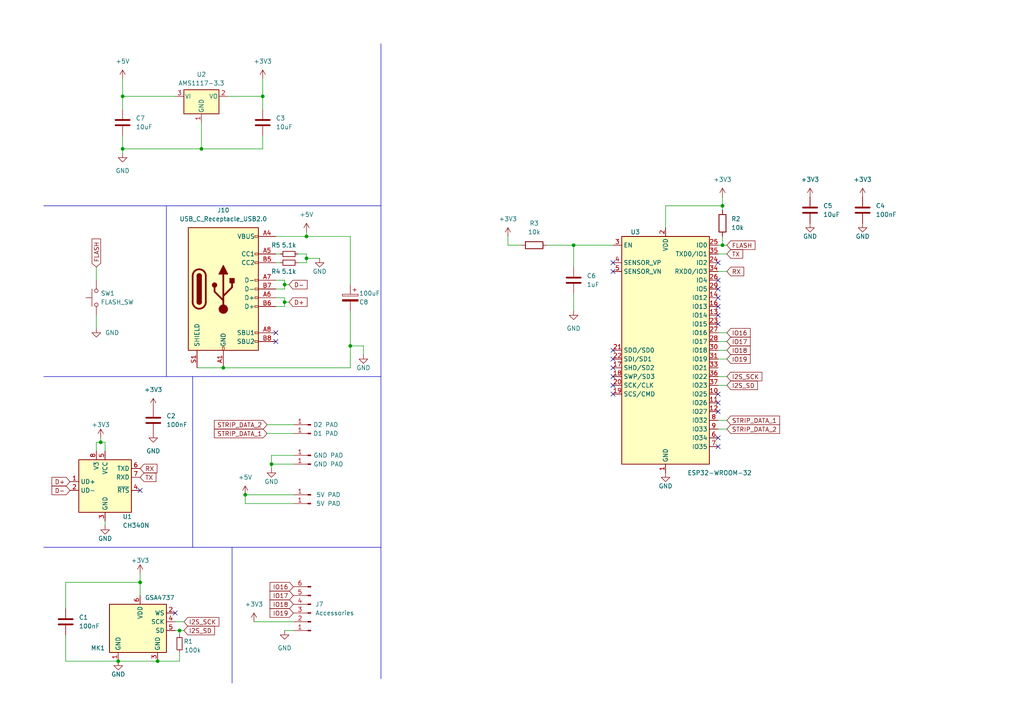
<source format=kicad_sch>
(kicad_sch (version 20230121) (generator eeschema)
  (paper "A4")
  (title_block (title "USBWLEDC") (date "2024-04-11") (rev "1.1") (company "NANDXOR"))
  (lib_symbols
    (symbol "+5V_1" (power) (pin_names (offset 0))
      (property "Value" "+5V_1" (at 0 3.556 0))
      (symbol "+5V_1_0_1"
        (polyline (pts (xy -0.762 1.27) (xy 0 2.54)))
        (polyline (pts (xy 0 0) (xy 0 2.54)))
        (polyline (pts (xy 0 2.54) (xy 0.762 1.27)))
      )
      (symbol "+5V_1_1_1"
        (pin power_in line (at 0 0 90) (length 0) hide (name "+5V") (number "1"))
      )
    )
    (symbol "+5V_2" (power) (pin_names (offset 0))
      (property "Value" "+5V_2" (at 0 3.556 0))
      (symbol "+5V_2_0_1"
        (polyline (pts (xy -0.762 1.27) (xy 0 2.54)))
        (polyline (pts (xy 0 0) (xy 0 2.54)))
        (polyline (pts (xy 0 2.54) (xy 0.762 1.27)))
      )
      (symbol "+5V_2_1_1"
        (pin power_in line (at 0 0 90) (length 0) hide (name "+5V") (number "1"))
      )
    )
    (symbol "Connector:Conn_01x01_Pin" (pin_names (offset 1.016) hide)
      (property "Reference" "J" (at 0 2.54 0))
      (property "Value" "Conn_01x01_Pin" (at 0 -2.54 0))
      (symbol "Conn_01x01_Pin_1_1"
        (polyline (pts (xy 1.27 0) (xy 0.8636 0)) (stroke (width 0.1524)))
        (rectangle (start 0.8636 0.127) (end 0 -0.127) (stroke (width 0.1524)) (fill (type outline)))
        (pin passive line (at 5.08 0 180) (length 3.81) (name "Pin_1") (number "1"))
      )
    )
    (symbol "Connector:Conn_01x06_Pin" (pin_names (offset 1.016) hide)
      (property "Reference" "J" (at 0 7.62 0))
      (property "Value" "Conn_01x06_Pin" (at 0 -10.16 0))
      (symbol "Conn_01x06_Pin_1_1"
        (polyline (pts (xy 1.27 -7.62) (xy 0.8636 -7.62)) (stroke (width 0.1524)))
        (polyline (pts (xy 1.27 -5.08) (xy 0.8636 -5.08)) (stroke (width 0.1524)))
        (polyline (pts (xy 1.27 -2.54) (xy 0.8636 -2.54)) (stroke (width 0.1524)))
        (polyline (pts (xy 1.27 0) (xy 0.8636 0)) (stroke (width 0.1524)))
        (polyline (pts (xy 1.27 2.54) (xy 0.8636 2.54)) (stroke (width 0.1524)))
        (polyline (pts (xy 1.27 5.08) (xy 0.8636 5.08)) (stroke (width 0.1524)))
        (rectangle (start 0.8636 -7.493) (end 0 -7.747) (stroke (width 0.1524)) (fill (type outline)))
        (rectangle (start 0.8636 -4.953) (end 0 -5.207) (stroke (width 0.1524)) (fill (type outline)))
        (rectangle (start 0.8636 -2.413) (end 0 -2.667) (stroke (width 0.1524)) (fill (type outline)))
        (rectangle (start 0.8636 0.127) (end 0 -0.127) (stroke (width 0.1524)) (fill (type outline)))
        (rectangle (start 0.8636 2.667) (end 0 2.413) (stroke (width 0.1524)) (fill (type outline)))
        (rectangle (start 0.8636 5.207) (end 0 4.953) (stroke (width 0.1524)) (fill (type outline)))
        (pin passive line (at 5.08 5.08 180) (length 3.81) (name "Pin_1") (number "1"))
        (pin passive line (at 5.08 2.54 180) (length 3.81) (name "Pin_2") (number "2"))
        (pin passive line (at 5.08 0 180) (length 3.81) (name "Pin_3") (number "3"))
        (pin passive line (at 5.08 -2.54 180) (length 3.81) (name "Pin_4") (number "4"))
        (pin passive line (at 5.08 -5.08 180) (length 3.81) (name "Pin_5") (number "5"))
        (pin passive line (at 5.08 -7.62 180) (length 3.81) (name "Pin_6") (number "6"))
      )
    )
    (symbol "Connector:USB_C_Receptacle_USB2.0" (pin_names (offset 1.016))
      (property "Reference" "J" (at -10.16 19.05 0))
      (property "Value" "USB_C_Receptacle_USB2.0" (at 19.05 19.05 0))
      (symbol "USB_C_Receptacle_USB2.0_0_0"
        (rectangle (start -0.254 -17.78) (end 0.254 -16.764))
        (rectangle (start 10.16 -14.986) (end 9.144 -15.494))
        (rectangle (start 10.16 -12.446) (end 9.144 -12.954))
        (rectangle (start 10.16 -4.826) (end 9.144 -5.334))
        (rectangle (start 10.16 -2.286) (end 9.144 -2.794))
        (rectangle (start 10.16 0.254) (end 9.144 -0.254))
        (rectangle (start 10.16 2.794) (end 9.144 2.286))
        (rectangle (start 10.16 7.874) (end 9.144 7.366))
        (rectangle (start 10.16 10.414) (end 9.144 9.906))
        (rectangle (start 10.16 15.494) (end 9.144 14.986))
      )
      (symbol "USB_C_Receptacle_USB2.0_0_1"
        (rectangle (start -10.16 17.78) (end 10.16 -17.78) (stroke (width 0.254)) (fill (type background)))
        (arc (start -8.89 -3.81) (mid -6.985 -5.7067) (end -5.08 -3.81) (stroke (width 0.508)))
        (arc (start -7.62 -3.81) (mid -6.985 -4.4423) (end -6.35 -3.81) (stroke (width 0.254)))
        (arc (start -7.62 -3.81) (mid -6.985 -4.4423) (end -6.35 -3.81) (stroke (width 0.254)) (fill (type outline)))
        (rectangle (start -7.62 -3.81) (end -6.35 3.81) (stroke (width 0.254)) (fill (type outline)))
        (arc (start -6.35 3.81) (mid -6.985 4.4423) (end -7.62 3.81) (stroke (width 0.254)))
        (arc (start -6.35 3.81) (mid -6.985 4.4423) (end -7.62 3.81) (stroke (width 0.254)) (fill (type outline)))
        (arc (start -5.08 3.81) (mid -6.985 5.7067) (end -8.89 3.81) (stroke (width 0.508)))
        (circle (center -2.54 1.143) (radius 0.635) (stroke (width 0.254)) (fill (type outline)))
        (circle (center 0 -5.842) (radius 1.27) (fill (type outline)))
        (polyline (pts (xy -8.89 -3.81) (xy -8.89 3.81)) (stroke (width 0.508)))
        (polyline (pts (xy -5.08 3.81) (xy -5.08 -3.81)) (stroke (width 0.508)))
        (polyline (pts (xy 0 -5.842) (xy 0 4.318)) (stroke (width 0.508)))
        (polyline (pts (xy 0 -3.302) (xy -2.54 -0.762) (xy -2.54 0.508)) (stroke (width 0.508)))
        (polyline (pts (xy 0 -2.032) (xy 2.54 0.508) (xy 2.54 1.778)) (stroke (width 0.508)))
        (polyline (pts (xy -1.27 4.318) (xy 0 6.858) (xy 1.27 4.318) (xy -1.27 4.318)) (stroke (width 0.254)) (fill (type outline)))
        (rectangle (start 1.905 1.778) (end 3.175 3.048) (stroke (width 0.254)) (fill (type outline)))
      )
      (symbol "USB_C_Receptacle_USB2.0_1_1"
        (pin passive line (at 0 -22.86 90) (length 5.08) (name "GND") (number "A1"))
        (pin passive line (at 0 -22.86 90) (length 5.08) hide (name "GND") (number "A12"))
        (pin passive line (at 15.24 15.24 180) (length 5.08) (name "VBUS") (number "A4"))
        (pin bidirectional line (at 15.24 10.16 180) (length 5.08) (name "CC1") (number "A5"))
        (pin bidirectional line (at 15.24 -2.54 180) (length 5.08) (name "D+") (number "A6"))
        (pin bidirectional line (at 15.24 2.54 180) (length 5.08) (name "D-") (number "A7"))
        (pin bidirectional line (at 15.24 -12.7 180) (length 5.08) (name "SBU1") (number "A8"))
        (pin passive line (at 15.24 15.24 180) (length 5.08) hide (name "VBUS") (number "A9"))
        (pin passive line (at 0 -22.86 90) (length 5.08) hide (name "GND") (number "B1"))
        (pin passive line (at 0 -22.86 90) (length 5.08) hide (name "GND") (number "B12"))
        (pin passive line (at 15.24 15.24 180) (length 5.08) hide (name "VBUS") (number "B4"))
        (pin bidirectional line (at 15.24 7.62 180) (length 5.08) (name "CC2") (number "B5"))
        (pin bidirectional line (at 15.24 -5.08 180) (length 5.08) (name "D+") (number "B6"))
        (pin bidirectional line (at 15.24 0 180) (length 5.08) (name "D-") (number "B7"))
        (pin bidirectional line (at 15.24 -15.24 180) (length 5.08) (name "SBU2") (number "B8"))
        (pin passive line (at 15.24 15.24 180) (length 5.08) hide (name "VBUS") (number "B9"))
        (pin passive line (at -7.62 -22.86 90) (length 5.08) (name "SHIELD") (number "S1"))
      )
    )
    (symbol "Device:C" (pin_numbers hide) (pin_names (offset 0.254))
      (property "Reference" "C" (at 0.635 2.54 0))
      (property "Value" "C" (at 0.635 -2.54 0))
      (symbol "C_0_1"
        (polyline (pts (xy -2.032 -0.762) (xy 2.032 -0.762)) (stroke (width 0.508)))
        (polyline (pts (xy -2.032 0.762) (xy 2.032 0.762)) (stroke (width 0.508)))
      )
      (symbol "C_1_1"
        (pin passive line (at 0 3.81 270) (length 2.794) (name "~") (number "1"))
        (pin passive line (at 0 -3.81 90) (length 2.794) (name "~") (number "2"))
      )
    )
    (symbol "Device:C_Polarized" (pin_numbers hide) (pin_names (offset 0.254))
      (property "Reference" "C" (at 0.635 2.54 0))
      (property "Value" "C_Polarized" (at 0.635 -2.54 0))
      (symbol "C_Polarized_0_1"
        (rectangle (start -2.286 0.508) (end 2.286 1.016))
        (polyline (pts (xy -1.778 2.286) (xy -0.762 2.286)))
        (polyline (pts (xy -1.27 2.794) (xy -1.27 1.778)))
        (rectangle (start 2.286 -0.508) (end -2.286 -1.016) (fill (type outline)))
      )
      (symbol "C_Polarized_1_1"
        (pin passive line (at 0 3.81 270) (length 2.794) (name "~") (number "1"))
        (pin passive line (at 0 -3.81 90) (length 2.794) (name "~") (number "2"))
      )
    )
    (symbol "Device:R" (pin_numbers hide) (pin_names (offset 0))
      (property "Reference" "R" (at 2.032 0 90))
      (property "Value" "R" (at 0 0 90))
      (symbol "R_0_1"
        (rectangle (start -1.016 -2.54) (end 1.016 2.54) (stroke (width 0.254)))
      )
      (symbol "R_1_1"
        (pin passive line (at 0 3.81 270) (length 1.27) (name "~") (number "1"))
        (pin passive line (at 0 -3.81 90) (length 1.27) (name "~") (number "2"))
      )
    )
    (symbol "Device:R_Small" (pin_numbers hide) (pin_names (offset 0.254) hide)
      (property "Reference" "R" (at 0.762 0.508 0))
      (property "Value" "R_Small" (at 0.762 -1.016 0))
      (symbol "R_Small_0_1"
        (rectangle (start -0.762 1.778) (end 0.762 -1.778) (stroke (width 0.2032)))
      )
      (symbol "R_Small_1_1"
        (pin passive line (at 0 2.54 270) (length 0.762) (name "~") (number "1"))
        (pin passive line (at 0 -2.54 90) (length 0.762) (name "~") (number "2"))
      )
    )
    (symbol "GND_1" (power) (pin_names (offset 0))
      (property "Value" "GND_1" (at 0 -3.81 0))
      (symbol "GND_1_0_1"
        (polyline (pts (xy 0 0) (xy 0 -1.27) (xy 1.27 -1.27) (xy 0 -2.54) (xy -1.27 -1.27) (xy 0 -1.27)))
      )
      (symbol "GND_1_1_1"
        (pin power_in line (at 0 0 270) (length 0) hide (name "GND") (number "1"))
      )
    )
    (symbol "GND_2" (power) (pin_names (offset 0))
      (property "Value" "GND_2" (at 0 -3.81 0))
      (symbol "GND_2_0_1"
        (polyline (pts (xy 0 0) (xy 0 -1.27) (xy 1.27 -1.27) (xy 0 -2.54) (xy -1.27 -1.27) (xy 0 -1.27)))
      )
      (symbol "GND_2_1_1"
        (pin power_in line (at 0 0 270) (length 0) hide (name "GND") (number "1"))
      )
    )
    (symbol "GND_3" (power) (pin_names (offset 0))
      (property "Value" "GND_3" (at 0 -3.81 0))
      (symbol "GND_3_0_1"
        (polyline (pts (xy 0 0) (xy 0 -1.27) (xy 1.27 -1.27) (xy 0 -2.54) (xy -1.27 -1.27) (xy 0 -1.27)))
      )
      (symbol "GND_3_1_1"
        (pin power_in line (at 0 0 270) (length 0) hide (name "GND") (number "1"))
      )
    )
    (symbol "GND_4" (power) (pin_names (offset 0))
      (property "Value" "GND_4" (at 0 -3.81 0))
      (symbol "GND_4_0_1"
        (polyline (pts (xy 0 0) (xy 0 -1.27) (xy 1.27 -1.27) (xy 0 -2.54) (xy -1.27 -1.27) (xy 0 -1.27)))
      )
      (symbol "GND_4_1_1"
        (pin power_in line (at 0 0 270) (length 0) hide (name "GND") (number "1"))
      )
    )
    (symbol "GND_5" (power) (pin_names (offset 0))
      (property "Value" "GND_5" (at 0 -3.81 0))
      (symbol "GND_5_0_1"
        (polyline (pts (xy 0 0) (xy 0 -1.27) (xy 1.27 -1.27) (xy 0 -2.54) (xy -1.27 -1.27) (xy 0 -1.27)))
      )
      (symbol "GND_5_1_1"
        (pin power_in line (at 0 0 270) (length 0) hide (name "GND") (number "1"))
      )
    )
    (symbol "Interface_USB:CH340X"
      (property "Reference" "U3" (at 1.9559 -15.24 0))
      (property "Value" "CH340N" (at 1.9559 -17.78 0))
      (symbol "CH340X_0_1"
        (rectangle (start -7.62 12.7) (end 7.62 -2.54) (stroke (width 0.254)) (fill (type background)))
      )
      (symbol "CH340X_1_1"
        (pin bidirectional line (at -10.16 6.35 0) (length 2.54) (name "UD+") (number "1"))
        (pin bidirectional line (at -10.16 3.81 0) (length 2.54) (name "UD-") (number "2"))
        (pin power_in line (at 0 -5.08 90) (length 2.54) (name "GND") (number "3"))
        (pin output line (at 10.16 3.81 180) (length 2.54) (name "~{RTS}") (number "4"))
        (pin power_in line (at 0 15.24 270) (length 2.54) (name "VCC") (number "5"))
        (pin output line (at 10.16 10.16 180) (length 2.54) (name "TXD") (number "6"))
        (pin input line (at 10.16 7.62 180) (length 2.54) (name "RXD") (number "7"))
        (pin passive line (at -2.54 15.24 270) (length 2.54) (name "V3") (number "8"))
      )
    )
    (symbol "RF_Module:ESP32-WROOM-32"
      (property "Reference" "U" (at -12.7 34.29 0))
      (property "Value" "ESP32-WROOM-32" (at 1.27 34.29 0))
      (symbol "ESP32-WROOM-32_0_1"
        (rectangle (start -12.7 33.02) (end 12.7 -33.02) (stroke (width 0.254)) (fill (type background)))
      )
      (symbol "ESP32-WROOM-32_1_1"
        (pin power_in line (at 0 -35.56 90) (length 2.54) (name "GND") (number "1"))
        (pin bidirectional line (at 15.24 -12.7 180) (length 2.54) (name "IO25") (number "10"))
        (pin bidirectional line (at 15.24 -15.24 180) (length 2.54) (name "IO26") (number "11"))
        (pin bidirectional line (at 15.24 -17.78 180) (length 2.54) (name "IO27") (number "12"))
        (pin bidirectional line (at 15.24 10.16 180) (length 2.54) (name "IO14") (number "13"))
        (pin bidirectional line (at 15.24 15.24 180) (length 2.54) (name "IO12") (number "14"))
        (pin passive line (at 0 -35.56 90) (length 2.54) hide (name "GND") (number "15"))
        (pin bidirectional line (at 15.24 12.7 180) (length 2.54) (name "IO13") (number "16"))
        (pin bidirectional line (at -15.24 -5.08 0) (length 2.54) (name "SHD/SD2") (number "17"))
        (pin bidirectional line (at -15.24 -7.62 0) (length 2.54) (name "SWP/SD3") (number "18"))
        (pin bidirectional line (at -15.24 -12.7 0) (length 2.54) (name "SCS/CMD") (number "19"))
        (pin power_in line (at 0 35.56 270) (length 2.54) (name "VDD") (number "2"))
        (pin bidirectional line (at -15.24 -10.16 0) (length 2.54) (name "SCK/CLK") (number "20"))
        (pin bidirectional line (at -15.24 0 0) (length 2.54) (name "SDO/SD0") (number "21"))
        (pin bidirectional line (at -15.24 -2.54 0) (length 2.54) (name "SDI/SD1") (number "22"))
        (pin bidirectional line (at 15.24 7.62 180) (length 2.54) (name "IO15") (number "23"))
        (pin bidirectional line (at 15.24 25.4 180) (length 2.54) (name "IO2") (number "24"))
        (pin bidirectional line (at 15.24 30.48 180) (length 2.54) (name "IO0") (number "25"))
        (pin bidirectional line (at 15.24 20.32 180) (length 2.54) (name "IO4") (number "26"))
        (pin bidirectional line (at 15.24 5.08 180) (length 2.54) (name "IO16") (number "27"))
        (pin bidirectional line (at 15.24 2.54 180) (length 2.54) (name "IO17") (number "28"))
        (pin bidirectional line (at 15.24 17.78 180) (length 2.54) (name "IO5") (number "29"))
        (pin input line (at -15.24 30.48 0) (length 2.54) (name "EN") (number "3"))
        (pin bidirectional line (at 15.24 0 180) (length 2.54) (name "IO18") (number "30"))
        (pin bidirectional line (at 15.24 -2.54 180) (length 2.54) (name "IO19") (number "31"))
        (pin no_connect line (at -12.7 -27.94 0) (length 2.54) hide (name "NC") (number "32"))
        (pin bidirectional line (at 15.24 -5.08 180) (length 2.54) (name "IO21") (number "33"))
        (pin bidirectional line (at 15.24 22.86 180) (length 2.54) (name "RXD0/IO3") (number "34"))
        (pin bidirectional line (at 15.24 27.94 180) (length 2.54) (name "TXD0/IO1") (number "35"))
        (pin bidirectional line (at 15.24 -7.62 180) (length 2.54) (name "IO22") (number "36"))
        (pin bidirectional line (at 15.24 -10.16 180) (length 2.54) (name "IO23") (number "37"))
        (pin passive line (at 0 -35.56 90) (length 2.54) hide (name "GND") (number "38"))
        (pin passive line (at 0 -35.56 90) (length 2.54) hide (name "GND") (number "39"))
        (pin input line (at -15.24 25.4 0) (length 2.54) (name "SENSOR_VP") (number "4"))
        (pin input line (at -15.24 22.86 0) (length 2.54) (name "SENSOR_VN") (number "5"))
        (pin input line (at 15.24 -25.4 180) (length 2.54) (name "IO34") (number "6"))
        (pin input line (at 15.24 -27.94 180) (length 2.54) (name "IO35") (number "7"))
        (pin bidirectional line (at 15.24 -20.32 180) (length 2.54) (name "IO32") (number "8"))
        (pin bidirectional line (at 15.24 -22.86 180) (length 2.54) (name "IO33") (number "9"))
      )
    )
    (symbol "Regulator_Linear:AMS1117-3.3" (pin_names (offset 0.254))
      (property "Reference" "U" (at -3.81 3.175 0))
      (property "Value" "AMS1117-3.3" (at 0 3.175 0))
      (symbol "AMS1117-3.3_0_1"
        (rectangle (start -5.08 -5.08) (end 5.08 1.905) (stroke (width 0.254)) (fill (type background)))
      )
      (symbol "AMS1117-3.3_1_1"
        (pin power_in line (at 0 -7.62 90) (length 2.54) (name "GND") (number "1"))
        (pin power_out line (at 7.62 0 180) (length 2.54) (name "VO") (number "2"))
        (pin power_in line (at -7.62 0 0) (length 2.54) (name "VI") (number "3"))
      )
    )
    (symbol "Switch:SW_Push" (pin_numbers hide) (pin_names (offset 1.016) hide)
      (property "Reference" "SW" (at 1.27 2.54 0))
      (property "Value" "SW_Push" (at 0 -1.524 0))
      (symbol "SW_Push_0_1"
        (circle (center -2.032 0) (radius 0.508))
        (polyline (pts (xy 0 1.27) (xy 0 3.048)))
        (polyline (pts (xy 2.54 1.27) (xy -2.54 1.27)))
        (circle (center 2.032 0) (radius 0.508))
        (pin passive line (at -5.08 0 0) (length 2.54) (name "1") (number "1"))
        (pin passive line (at 5.08 0 180) (length 2.54) (name "2") (number "2"))
      )
    )
    (symbol "microphone:GSA4737"
      (property "Reference" "MK" (at 11.43 -6.35 0))
      (symbol "GSA4737_1_1"
        (rectangle (start -7.62 6.35) (end 8.89 -7.62) (stroke (width 0.254)) (fill (type background)))
        (pin power_in line (at -5.08 -10.16 90) (length 2.54) (name "GND") (number "1"))
        (pin input line (at 11.43 3.81 180) (length 2.54) (name "WS") (number "2"))
        (pin power_in line (at 6.35 -10.16 90) (length 2.54) (name "GND") (number "3"))
        (pin input line (at 11.43 1.27 180) (length 2.54) (name "SCK") (number "4"))
        (pin output line (at 11.43 -1.27 180) (length 2.54) (name "SD") (number "5"))
        (pin power_in line (at 1.27 8.89 270) (length 2.54) (name "VDD") (number "6"))
      )
    )
    (symbol "power:+3V3" (power) (pin_names (offset 0))
      (property "Value" "+3V3" (at 0 3.556 0))
      (symbol "+3V3_0_1"
        (polyline (pts (xy -0.762 1.27) (xy 0 2.54)))
        (polyline (pts (xy 0 0) (xy 0 2.54)))
        (polyline (pts (xy 0 2.54) (xy 0.762 1.27)))
      )
      (symbol "+3V3_1_1"
        (pin power_in line (at 0 0 90) (length 0) hide (name "+3V3") (number "1"))
      )
    )
    (symbol "power:+5V" (power) (pin_names (offset 0))
      (property "Value" "+5V" (at 0 3.556 0))
      (symbol "+5V_0_1"
        (polyline (pts (xy -0.762 1.27) (xy 0 2.54)))
        (polyline (pts (xy 0 0) (xy 0 2.54)))
        (polyline (pts (xy 0 2.54) (xy 0.762 1.27)))
      )
      (symbol "+5V_1_1"
        (pin power_in line (at 0 0 90) (length 0) hide (name "+5V") (number "1"))
      )
    )
    (symbol "power:GND" (power) (pin_names (offset 0))
      (property "Value" "GND" (at 0 -3.81 0))
      (symbol "GND_0_1"
        (polyline (pts (xy 0 0) (xy 0 -1.27) (xy 1.27 -1.27) (xy 0 -2.54) (xy -1.27 -1.27) (xy 0 -1.27)))
      )
      (symbol "GND_1_1"
        (pin power_in line (at 0 0 270) (length 0) hide (name "GND") (number "1"))
      )
    )
  )
  (junction (at 209.55 59.69))
  (junction (at 88.9 68.58))
  (junction (at 64.77 106.68))
  (junction (at 88.9 74.93))
  (junction (at 82.55 82.55))
  (junction (at 71.12 143.51))
  (junction (at 78.74 134.62))
  (junction (at 209.55 71.12))
  (junction (at 34.29 191.77))
  (junction (at 29.21 128.27))
  (junction (at 166.37 71.12))
  (junction (at 52.07 182.88))
  (junction (at 35.56 43.18))
  (junction (at 40.64 168.91))
  (junction (at 76.2 27.94))
  (junction (at 35.56 27.94))
  (junction (at 45.72 191.77))
  (junction (at 82.55 87.63))
  (junction (at 101.6 100.33))
  (junction (at 58.42 43.18))
  (no_connect (at 80.01 99.06))
  (no_connect (at 208.28 93.98))
  (no_connect (at 208.28 83.82))
  (no_connect (at 177.8 101.6))
  (no_connect (at 177.8 109.22))
  (no_connect (at 208.28 91.44))
  (no_connect (at 177.8 76.2))
  (no_connect (at 208.28 119.38))
  (no_connect (at 208.28 88.9))
  (no_connect (at 50.8 177.8))
  (no_connect (at 177.8 106.68))
  (no_connect (at 40.64 142.24))
  (no_connect (at 177.8 114.3))
  (no_connect (at 208.28 114.3))
  (no_connect (at 208.28 81.28))
  (no_connect (at 177.8 104.14))
  (no_connect (at 177.8 78.74))
  (no_connect (at 208.28 116.84))
  (no_connect (at 208.28 129.54))
  (no_connect (at 80.01 96.52))
  (no_connect (at 208.28 86.36))
  (no_connect (at 208.28 127))
  (no_connect (at 208.28 76.2))
  (no_connect (at 177.8 111.76))
  (wire (pts (xy 77.47 123.19) (xy 85.09 123.19)))
  (wire (pts (xy 82.55 81.28) (xy 82.55 82.55)))
  (wire (pts (xy 80.01 86.36) (xy 82.55 86.36)))
  (wire (pts (xy 101.6 106.68) (xy 64.77 106.68)))
  (wire (pts (xy 208.28 73.66) (xy 210.82 73.66)))
  (wire (pts (xy 82.55 182.88) (xy 85.09 182.88)))
  (wire (pts (xy 85.09 132.08) (xy 78.74 132.08)))
  (wire (pts (xy 58.42 43.18) (xy 76.2 43.18)))
  (polyline (pts (xy 110.49 12.7) (xy 110.49 196.85)))
  (wire (pts (xy 71.12 146.05) (xy 85.09 146.05)))
  (wire (pts (xy 78.74 134.62) (xy 85.09 134.62)))
  (wire (pts (xy 82.55 86.36) (xy 82.55 87.63)))
  (polyline (pts (xy 55.88 109.22) (xy 55.88 158.75)))
  (wire (pts (xy 209.55 57.15) (xy 209.55 59.69)))
  (wire (pts (xy 19.05 168.91) (xy 40.64 168.91)))
  (wire (pts (xy 208.28 96.52) (xy 210.82 96.52)))
  (polyline (pts (xy 48.26 59.69) (xy 48.26 109.22)))
  (wire (pts (xy 80.01 76.2) (xy 81.28 76.2)))
  (wire (pts (xy 82.55 82.55) (xy 82.55 83.82)))
  (wire (pts (xy 58.42 35.56) (xy 58.42 43.18)))
  (wire (pts (xy 147.32 71.12) (xy 151.13 71.12)))
  (wire (pts (xy 208.28 78.74) (xy 210.82 78.74)))
  (wire (pts (xy 76.2 27.94) (xy 76.2 31.75)))
  (wire (pts (xy 35.56 43.18) (xy 35.56 39.37)))
  (wire (pts (xy 52.07 182.88) (xy 53.34 182.88)))
  (wire (pts (xy 19.05 176.53) (xy 19.05 168.91)))
  (wire (pts (xy 209.55 71.12) (xy 210.82 71.12)))
  (wire (pts (xy 19.05 191.77) (xy 34.29 191.77)))
  (wire (pts (xy 88.9 74.93) (xy 92.71 74.93)))
  (wire (pts (xy 80.01 73.66) (xy 81.28 73.66)))
  (wire (pts (xy 88.9 74.93) (xy 88.9 76.2)))
  (wire (pts (xy 101.6 100.33) (xy 101.6 106.68)))
  (wire (pts (xy 88.9 73.66) (xy 88.9 74.93)))
  (wire (pts (xy 101.6 100.33) (xy 105.41 100.33)))
  (wire (pts (xy 29.21 127) (xy 29.21 128.27)))
  (wire (pts (xy 208.28 109.22) (xy 210.82 109.22)))
  (wire (pts (xy 101.6 68.58) (xy 101.6 82.55)))
  (wire (pts (xy 209.55 59.69) (xy 209.55 60.96)))
  (wire (pts (xy 208.28 121.92) (xy 210.82 121.92)))
  (wire (pts (xy 78.74 132.08) (xy 78.74 134.62)))
  (wire (pts (xy 83.82 82.55) (xy 82.55 82.55)))
  (wire (pts (xy 77.47 125.73) (xy 85.09 125.73)))
  (wire (pts (xy 80.01 83.82) (xy 82.55 83.82)))
  (wire (pts (xy 35.56 31.75) (xy 35.56 27.94)))
  (wire (pts (xy 73.66 180.34) (xy 85.09 180.34)))
  (wire (pts (xy 208.28 71.12) (xy 209.55 71.12)))
  (wire (pts (xy 27.94 95.25) (xy 27.94 91.44)))
  (wire (pts (xy 80.01 88.9) (xy 82.55 88.9)))
  (wire (pts (xy 50.8 182.88) (xy 52.07 182.88)))
  (wire (pts (xy 76.2 22.86) (xy 76.2 27.94)))
  (wire (pts (xy 29.21 128.27) (xy 27.94 128.27)))
  (wire (pts (xy 208.28 124.46) (xy 210.82 124.46)))
  (wire (pts (xy 105.41 102.87) (xy 105.41 100.33)))
  (wire (pts (xy 66.04 27.94) (xy 76.2 27.94)))
  (wire (pts (xy 52.07 182.88) (xy 52.07 184.15)))
  (wire (pts (xy 58.42 43.18) (xy 35.56 43.18)))
  (wire (pts (xy 27.94 128.27) (xy 27.94 130.81)))
  (wire (pts (xy 83.82 87.63) (xy 82.55 87.63)))
  (wire (pts (xy 27.94 77.47) (xy 27.94 81.28)))
  (wire (pts (xy 57.15 106.68) (xy 64.77 106.68)))
  (wire (pts (xy 30.48 128.27) (xy 29.21 128.27)))
  (wire (pts (xy 166.37 71.12) (xy 166.37 77.47)))
  (wire (pts (xy 193.04 59.69) (xy 209.55 59.69)))
  (wire (pts (xy 80.01 81.28) (xy 82.55 81.28)))
  (wire (pts (xy 209.55 68.58) (xy 209.55 71.12)))
  (polyline (pts (xy 67.31 158.75) (xy 67.31 198.12)))
  (wire (pts (xy 40.64 168.91) (xy 40.64 172.72)))
  (wire (pts (xy 193.04 66.04) (xy 193.04 59.69)))
  (wire (pts (xy 19.05 191.77) (xy 19.05 184.15)))
  (wire (pts (xy 88.9 67.31) (xy 88.9 68.58)))
  (polyline (pts (xy 12.7 109.22) (xy 110.49 109.22)))
  (polyline (pts (xy 12.7 59.69) (xy 110.49 59.69)))
  (wire (pts (xy 208.28 111.76) (xy 210.82 111.76)))
  (wire (pts (xy 86.36 73.66) (xy 88.9 73.66)))
  (wire (pts (xy 82.55 87.63) (xy 82.55 88.9)))
  (wire (pts (xy 80.01 68.58) (xy 88.9 68.58)))
  (wire (pts (xy 71.12 143.51) (xy 85.09 143.51)))
  (wire (pts (xy 208.28 104.14) (xy 210.82 104.14)))
  (wire (pts (xy 166.37 71.12) (xy 177.8 71.12)))
  (wire (pts (xy 76.2 43.18) (xy 76.2 39.37)))
  (wire (pts (xy 50.8 180.34) (xy 53.34 180.34)))
  (wire (pts (xy 35.56 43.18) (xy 35.56 44.45)))
  (wire (pts (xy 71.12 143.51) (xy 71.12 146.05)))
  (polyline (pts (xy 12.7 158.75) (xy 110.49 158.75)))
  (wire (pts (xy 208.28 101.6) (xy 210.82 101.6)))
  (wire (pts (xy 166.37 85.09) (xy 166.37 90.17)))
  (wire (pts (xy 34.29 191.77) (xy 45.72 191.77)))
  (wire (pts (xy 35.56 27.94) (xy 50.8 27.94)))
  (wire (pts (xy 101.6 90.17) (xy 101.6 100.33)))
  (wire (pts (xy 30.48 130.81) (xy 30.48 128.27)))
  (wire (pts (xy 30.48 151.13) (xy 30.48 152.4)))
  (wire (pts (xy 88.9 76.2) (xy 86.36 76.2)))
  (wire (pts (xy 158.75 71.12) (xy 166.37 71.12)))
  (wire (pts (xy 88.9 68.58) (xy 101.6 68.58)))
  (wire (pts (xy 52.07 189.23) (xy 52.07 191.77)))
  (wire (pts (xy 147.32 71.12) (xy 147.32 68.58)))
  (wire (pts (xy 208.28 99.06) (xy 210.82 99.06)))
  (wire (pts (xy 35.56 22.86) (xy 35.56 27.94)))
  (wire (pts (xy 78.74 134.62) (xy 78.74 135.89)))
  (wire (pts (xy 45.72 191.77) (xy 52.07 191.77)))
  (wire (pts (xy 40.64 166.37) (xy 40.64 168.91)))
  (global_label "IO19" (shape input) (at 210.82 104.14 0) (property "Intersheetrefs" "${INTERSHEET_REFS}" (effects hide)))
  (global_label "RX" (shape input) (at 40.64 135.89 0) (property "Intersheetrefs" "${INTERSHEET_REFS}" (effects hide)))
  (global_label "D+" (shape input) (at 20.32 139.7 180) (property "Intersheetrefs" "${INTERSHEET_REFS}" (effects hide)))
  (global_label "IO17" (shape input) (at 85.09 172.72 180) (property "Intersheetrefs" "${INTERSHEET_REFS}" (effects hide)))
  (global_label "IO19" (shape input) (at 85.09 177.8 180) (property "Intersheetrefs" "${INTERSHEET_REFS}" (effects hide)))
  (global_label "I2S_SD" (shape input) (at 53.34 182.88 0) (property "Intersheetrefs" "${INTERSHEET_REFS}" (effects hide)))
  (global_label "IO18" (shape input) (at 85.09 175.26 180) (property "Intersheetrefs" "${INTERSHEET_REFS}" (effects hide)))
  (global_label "TX" (shape input) (at 40.64 138.43 0) (property "Intersheetrefs" "${INTERSHEET_REFS}" (effects hide)))
  (global_label "STRIP_DATA_1" (shape input) (at 77.47 125.73 180) (property "Intersheetrefs" "${INTERSHEET_REFS}" (effects hide)))
  (global_label "IO16" (shape input) (at 85.09 170.18 180) (property "Intersheetrefs" "${INTERSHEET_REFS}" (effects hide)))
  (global_label "I2S_SD" (shape input) (at 210.82 111.76 0) (property "Intersheetrefs" "${INTERSHEET_REFS}" (effects hide)))
  (global_label "FLASH" (shape input) (at 27.94 77.47 90) (property "Intersheetrefs" "${INTERSHEET_REFS}" (effects hide)))
  (global_label "STRIP_DATA_1" (shape input) (at 210.82 121.92 0) (property "Intersheetrefs" "${INTERSHEET_REFS}" (effects hide)))
  (global_label "I2S_SCK" (shape input) (at 210.82 109.22 0) (property "Intersheetrefs" "${INTERSHEET_REFS}" (effects hide)))
  (global_label "RX" (shape input) (at 210.82 78.74 0) (property "Intersheetrefs" "${INTERSHEET_REFS}" (effects hide)))
  (global_label "IO16" (shape input) (at 210.82 96.52 0) (property "Intersheetrefs" "${INTERSHEET_REFS}" (effects hide)))
  (global_label "TX" (shape input) (at 210.82 73.66 0) (property "Intersheetrefs" "${INTERSHEET_REFS}" (effects hide)))
  (global_label "IO17" (shape input) (at 210.82 99.06 0) (property "Intersheetrefs" "${INTERSHEET_REFS}" (effects hide)))
  (global_label "D-" (shape input) (at 20.32 142.24 180) (property "Intersheetrefs" "${INTERSHEET_REFS}" (effects hide)))
  (global_label "D+" (shape input) (at 83.82 87.63 0) (property "Intersheetrefs" "${INTERSHEET_REFS}" (effects hide)))
  (global_label "STRIP_DATA_2" (shape input) (at 210.82 124.46 0) (property "Intersheetrefs" "${INTERSHEET_REFS}" (effects hide)))
  (global_label "STRIP_DATA_2" (shape input) (at 77.47 123.19 180) (property "Intersheetrefs" "${INTERSHEET_REFS}" (effects hide)))
  (global_label "D-" (shape input) (at 83.82 82.55 0) (property "Intersheetrefs" "${INTERSHEET_REFS}" (effects hide)))
  (global_label "IO18" (shape input) (at 210.82 101.6 0) (property "Intersheetrefs" "${INTERSHEET_REFS}" (effects hide)))
  (global_label "I2S_SCK" (shape input) (at 53.34 180.34 0) (property "Intersheetrefs" "${INTERSHEET_REFS}" (effects hide)))
  (global_label "FLASH" (shape input) (at 210.82 71.12 0) (property "Intersheetrefs" "${INTERSHEET_REFS}" (effects hide)))
  (symbol (lib_id "power:+3V3") (at 29.21 127 0) (unit 1)
    (property "Reference" "#PWR018" (effects hide))
    (property "Value" "+3V3" (at 29.21 123.19 0))
  )
  (symbol (lib_name "GND_1") (lib_id "power:GND") (at 105.41 102.87 0) (unit 1)
    (property "Reference" "#PWR014" (effects hide))
    (property "Value" "GND" (at 105.41 106.68 0))
  )
  (symbol (lib_name "GND_5") (lib_id "power:GND") (at 82.55 182.88 0) (unit 1)
    (property "Reference" "#PWR021" (effects hide))
    (property "Value" "GND" (at 82.55 187.96 0))
  )
  (symbol (lib_id "Device:R") (at 154.94 71.12 90) (unit 1)
    (property "Reference" "R3" (at 154.94 64.77 90))
    (property "Value" "10k" (at 154.94 67.31 90))
    (property "Footprint" "Resistor_SMD:R_0603_1608Metric" (effects hide))
    (property "MPN" "C25804" (effects hide))
  )
  (symbol (lib_name "GND_2") (lib_id "power:GND") (at 30.48 152.4 0) (unit 1)
    (property "Reference" "#PWR019" (effects hide))
    (property "Value" "GND" (at 30.48 156.21 0))
  )
  (symbol (lib_id "power:GND") (at 27.94 95.25 0) (unit 1)
    (property "Reference" "#PWR011" (effects hide))
    (property "Value" "GND" (at 30.48 96.52 0) (effects (justify left)))
  )
  (symbol (lib_id "power:+3V3") (at 250.19 57.15 0) (unit 1)
    (property "Reference" "#PWR05" (effects hide))
    (property "Value" "+3V3" (at 250.19 52.07 0))
  )
  (symbol (lib_id "Connector:Conn_01x01_Pin") (at 90.17 146.05 180) (unit 1)
    (property "Reference" "J1" (effects hide))
    (property "Value" "5V PAD" (at 95.25 146.05 0))
    (property "Footprint" "Library:SolderWirePad_1x01_SMD_3x6mm" (effects hide))
  )
  (symbol (lib_name "GND_1") (lib_id "power:GND") (at 34.29 191.77 0) (unit 1)
    (property "Reference" "#PWR027" (effects hide))
    (property "Value" "GND" (at 34.29 195.58 0))
  )
  (symbol (lib_name "+5V_2") (lib_id "power:+5V") (at 71.12 143.51 0) (unit 1)
    (property "Reference" "#PWR016" (effects hide))
    (property "Value" "+5V" (at 71.12 138.43 0))
  )
  (symbol (lib_id "Device:C") (at 44.45 121.92 180) (unit 1)
    (property "Reference" "C2" (at 48.26 120.65 0) (effects (justify right)))
    (property "Value" "100nF" (at 48.26 123.19 0) (effects (justify right)))
    (property "Footprint" "Capacitor_SMD:C_0603_1608Metric" (effects hide))
    (property "MPN" "C14663" (effects hide))
  )
  (symbol (lib_id "Switch:SW_Push") (at 27.94 86.36 90) (unit 1)
    (property "Reference" "SW1" (at 29.21 85.09 90) (effects (justify right)))
    (property "Value" "FLASH_SW" (at 29.21 87.63 90) (effects (justify right)))
    (property "Footprint" "Button_Switch_SMD:SW_Push_1P1T_XKB_TS-1187A" (effects hide))
    (property "MPN" "C318884" (effects hide))
  )
  (symbol (lib_id "Device:R") (at 209.55 64.77 0) (unit 1)
    (property "Reference" "R2" (at 212.09 63.5 0) (effects (justify left)))
    (property "Value" "10k" (at 212.09 66.04 0) (effects (justify left)))
    (property "Footprint" "Resistor_SMD:R_0603_1608Metric" (effects hide))
    (property "MPN" "C25804" (effects hide))
  )
  (symbol (lib_id "Connector:Conn_01x01_Pin") (at 90.17 143.51 180) (unit 1)
    (property "Reference" "J4" (effects hide))
    (property "Value" "5V PAD" (at 95.25 143.51 0))
    (property "Footprint" "Library:SolderWirePad_1x01_SMD_3x6mm" (effects hide))
  )
  (symbol (lib_name "GND_4") (lib_id "power:GND") (at 78.74 135.89 0) (unit 1)
    (property "Reference" "#PWR017" (effects hide))
    (property "Value" "GND" (at 78.74 139.7 0))
  )
  (symbol (lib_id "Connector:Conn_01x01_Pin") (at 90.17 132.08 180) (unit 1)
    (property "Reference" "J3" (effects hide))
    (property "Value" "GND PAD" (at 95.25 132.08 0))
    (property "Footprint" "Library:SolderWirePad_1x01_SMD_3x6mm" (effects hide))
  )
  (symbol (lib_id "power:+5V") (at 35.56 22.86 0) (unit 1)
    (property "Reference" "#PWR01" (effects hide))
    (property "Value" "+5V" (at 35.56 17.78 0))
  )
  (symbol (lib_id "power:GND") (at 35.56 44.45 0) (unit 1)
    (property "Reference" "#PWR08" (effects hide))
    (property "Value" "GND" (at 35.56 49.53 0))
  )
  (symbol (lib_name "+5V_1") (lib_id "power:+5V") (at 88.9 67.31 0) (unit 1)
    (property "Reference" "#PWR012" (effects hide))
    (property "Value" "+5V" (at 88.9 62.23 0))
  )
  (symbol (lib_id "power:+3V3") (at 209.55 57.15 0) (unit 1)
    (property "Reference" "#PWR03" (effects hide))
    (property "Value" "+3V3" (at 209.55 52.07 0))
  )
  (symbol (lib_name "GND_3") (lib_id "power:GND") (at 234.95 64.77 0) (unit 1)
    (property "Reference" "#PWR06" (effects hide))
    (property "Value" "GND" (at 234.95 68.58 0))
  )
  (symbol (lib_id "Device:C") (at 250.19 60.96 180) (unit 1)
    (property "Reference" "C4" (at 254 59.69 0) (effects (justify right)))
    (property "Value" "100nF" (at 254 62.23 0) (effects (justify right)))
    (property "Footprint" "Capacitor_SMD:C_0603_1608Metric" (effects hide))
    (property "MPN" "C14663" (effects hide))
  )
  (symbol (lib_id "Connector:USB_C_Receptacle_USB2.0") (at 64.77 83.82 0) (unit 1)
    (property "Reference" "J10" (at 64.77 60.96 0))
    (property "Value" "USB_C_Receptacle_USB2.0" (at 64.77 63.5 0))
    (property "Footprint" "Connector_USB:USB_C_Receptacle_G-Switch_GT-USB-7010ASV" (effects hide))
    (property "Datasheet" "https://www.usb.org/sites/default/files/documents/usb_type-c.zip" (effects hide))
    (property "MPN" "C2988369" (effects hide))
  )
  (symbol (lib_id "Device:C") (at 166.37 81.28 0) (unit 1)
    (property "Reference" "C6" (at 170.18 80.01 0) (effects (justify left)))
    (property "Value" "1uF" (at 170.18 82.55 0) (effects (justify left)))
    (property "Footprint" "Capacitor_SMD:C_0603_1608Metric" (effects hide))
    (property "MPN" "C15849" (effects hide))
  )
  (symbol (lib_id "power:+3V3") (at 147.32 68.58 0) (unit 1)
    (property "Reference" "#PWR07" (effects hide))
    (property "Value" "+3V3" (at 147.32 63.5 0))
  )
  (symbol (lib_id "Device:C") (at 35.56 35.56 0) (unit 1)
    (property "Reference" "C7" (at 39.37 34.29 0) (effects (justify left)))
    (property "Value" "10uF" (at 39.37 36.83 0) (effects (justify left)))
    (property "Footprint" "Capacitor_SMD:C_0805_2012Metric" (effects hide))
    (property "MPN" "C15850 " (effects hide))
  )
  (symbol (lib_id "power:+3V3") (at 44.45 118.11 0) (unit 1)
    (property "Reference" "#PWR024" (effects hide))
    (property "Value" "+3V3" (at 44.45 113.03 0))
  )
  (symbol (lib_name "GND_3") (lib_id "power:GND") (at 193.04 137.16 0) (unit 1)
    (property "Reference" "#PWR013" (effects hide))
    (property "Value" "GND" (at 193.04 140.97 0))
  )
  (symbol (lib_name "GND_2") (lib_id "power:GND") (at 44.45 125.73 0) (unit 1)
    (property "Reference" "#PWR025" (effects hide))
    (property "Value" "GND" (at 44.45 130.81 0))
  )
  (symbol (lib_id "Device:C") (at 19.05 180.34 0) (unit 1)
    (property "Reference" "C1" (at 22.86 179.07 0) (effects (justify left)))
    (property "Value" "100nF" (at 22.86 181.61 0) (effects (justify left)))
    (property "Footprint" "Capacitor_SMD:C_0603_1608Metric" (effects hide))
    (property "MPN" "C14663" (effects hide))
  )
  (symbol (lib_name "GND_3") (lib_id "power:GND") (at 250.19 64.77 0) (unit 1)
    (property "Reference" "#PWR023" (effects hide))
    (property "Value" "GND" (at 250.19 68.58 0))
  )
  (symbol (lib_id "microphone:GSA4737") (at 39.37 181.61 0) (unit 1)
    (property "Reference" "MK1" (at 30.48 187.96 0) (effects (justify right)))
    (property "Value" "GSA4737" (at 46.355 173.355 0))
    (property "Footprint" "microphone:Microphone-6pin" (effects hide))
    (property "MPN" "C5142171" (effects hide))
  )
  (symbol (lib_id "power:GND") (at 166.37 90.17 0) (unit 1)
    (property "Reference" "#PWR09" (effects hide))
    (property "Value" "GND" (at 166.37 95.25 0))
  )
  (symbol (lib_id "Device:R_Small") (at 83.82 76.2 90) (unit 1)
    (property "Reference" "R4" (at 80.01 78.74 90))
    (property "Value" "5.1k" (at 83.82 78.74 90))
    (property "Footprint" "Resistor_SMD:R_0603_1608Metric" (effects hide))
    (property "MPN" "C23186" (effects hide))
  )
  (symbol (lib_id "RF_Module:ESP32-WROOM-32") (at 193.04 101.6 0) (unit 1)
    (property "Reference" "U3" (at 182.88 67.31 0) (effects (justify left)))
    (property "Value" "ESP32-WROOM-32" (at 199.39 137.16 0) (effects (justify left)))
    (property "Footprint" "RF_Module:ESP32-WROOM-32" (effects hide))
    (property "Datasheet" "https://www.espressif.com/sites/default/files/documentation/esp32-wroom-32_datasheet_en.pdf" (effects hide))
    (property "MPN" "C701341" (effects hide))
    (property "Aliexpress" "https://de.aliexpress.com/item/32840441199.html" (effects hide))
    (property "Mouser" "356-ESP32WRM32E132PH" (effects hide))
  )
  (symbol (lib_id "power:+3V3") (at 40.64 166.37 0) (unit 1)
    (property "Reference" "#PWR026" (effects hide))
    (property "Value" "+3V3" (at 40.64 162.56 0))
  )
  (symbol (lib_id "Connector:Conn_01x06_Pin") (at 90.17 177.8 180) (unit 1)
    (property "Reference" "J7" (at 91.44 175.26 0) (effects (justify right)))
    (property "Value" "Accessories" (at 91.44 177.8 0) (effects (justify right)))
    (property "Footprint" "Connector_PinHeader_2.54mm:PinHeader_1x06_P2.54mm_Vertical" (effects hide))
  )
  (symbol (lib_id "Interface_USB:CH340X") (at 30.48 146.05 0) (unit 1)
    (property "Reference" "U1" (at 35.56 149.86 0) (effects (justify left)))
    (property "Value" "CH340N" (at 35.56 152.4 0) (effects (justify left)))
    (property "Footprint" "Package_SO:SOP-8_3.9x4.9mm_P1.27mm" (effects hide))
    (property "MPN" "C2977777" (effects hide))
  )
  (symbol (lib_id "Connector:Conn_01x01_Pin") (at 90.17 134.62 180) (unit 1)
    (property "Reference" "J6" (effects hide))
    (property "Value" "GND PAD" (at 95.25 134.62 0))
    (property "Footprint" "Library:SolderWirePad_1x01_SMD_3x6mm" (effects hide))
  )
  (symbol (lib_id "Device:R_Small") (at 83.82 73.66 90) (unit 1)
    (property "Reference" "R5" (at 80.01 71.12 90))
    (property "Value" "5.1k" (at 83.82 71.12 90))
    (property "Footprint" "Resistor_SMD:R_0603_1608Metric" (effects hide))
    (property "MPN" "C23186" (effects hide))
  )
  (symbol (lib_id "Device:R_Small") (at 52.07 186.69 180) (unit 1)
    (property "Reference" "R1" (at 54.61 186.055 0))
    (property "Value" "100k" (at 55.88 188.595 0))
    (property "Footprint" "Resistor_SMD:R_0603_1608Metric" (effects hide))
    (property "MPN" "C25803" (effects hide))
  )
  (symbol (lib_id "Device:C") (at 76.2 35.56 0) (unit 1)
    (property "Reference" "C3" (at 80.01 34.29 0) (effects (justify left)))
    (property "Value" "10uF" (at 80.01 36.83 0) (effects (justify left)))
    (property "Footprint" "Capacitor_SMD:C_0805_2012Metric" (effects hide))
    (property "MPN" "C15850 " (effects hide))
  )
  (symbol (lib_id "power:+3V3") (at 73.66 180.34 0) (unit 1)
    (property "Reference" "#PWR022" (effects hide))
    (property "Value" "+3V3" (at 73.66 175.26 0))
  )
  (symbol (lib_id "Device:C") (at 234.95 60.96 0) (unit 1)
    (property "Reference" "C5" (at 238.76 59.69 0) (effects (justify left)))
    (property "Value" "10uF" (at 238.76 62.23 0) (effects (justify left)))
    (property "Footprint" "Capacitor_SMD:C_0805_2012Metric" (effects hide))
    (property "MPN" "C15850 " (effects hide))
  )
  (symbol (lib_id "power:+3V3") (at 234.95 57.15 0) (unit 1)
    (property "Reference" "#PWR04" (effects hide))
    (property "Value" "+3V3" (at 234.95 52.07 0))
  )
  (symbol (lib_id "Regulator_Linear:AMS1117-3.3") (at 58.42 27.94 0) (unit 1)
    (property "Reference" "U2" (at 58.42 21.59 0))
    (property "Value" "AMS1117-3.3" (at 58.42 24.13 0))
    (property "Footprint" "Package_TO_SOT_SMD:SOT-223-3_TabPin2" (effects hide))
    (property "MPN" "C6186" (effects hide))
  )
  (symbol (lib_name "GND_1") (lib_id "power:GND") (at 92.71 74.93 0) (unit 1)
    (property "Reference" "#PWR010" (effects hide))
    (property "Value" "GND" (at 92.71 78.74 0))
  )
  (symbol (lib_id "Device:C_Polarized") (at 101.6 86.36 0) (mirror y) (unit 1)
    (property "Reference" "C8" (at 104.14 87.63 0) (effects (justify right)))
    (property "Value" "100uF" (at 104.14 85.09 0) (effects (justify right)))
    (property "Footprint" "Capacitor_SMD:CP_Elec_5x5.4" (effects hide))
    (property "MPN" "C131115" (effects hide))
  )
  (symbol (lib_id "Connector:Conn_01x01_Pin") (at 90.17 123.19 180) (unit 1)
    (property "Reference" "J5" (effects hide))
    (property "Value" "D2 PAD" (at 94.488 123.19 0))
    (property "Footprint" "Library:SolderWirePad_1x01_SMD_3x6mm" (effects hide))
  )
  (symbol (lib_id "power:+3V3") (at 76.2 22.86 0) (unit 1)
    (property "Reference" "#PWR02" (effects hide))
    (property "Value" "+3V3" (at 76.2 17.78 0))
  )
  (symbol (lib_id "Connector:Conn_01x01_Pin") (at 90.17 125.73 180) (unit 1)
    (property "Reference" "J2" (effects hide))
    (property "Value" "D1 PAD" (at 94.488 125.73 0))
    (property "Footprint" "Library:SolderWirePad_1x01_SMD_3x6mm" (effects hide))
  )
)
</source>
